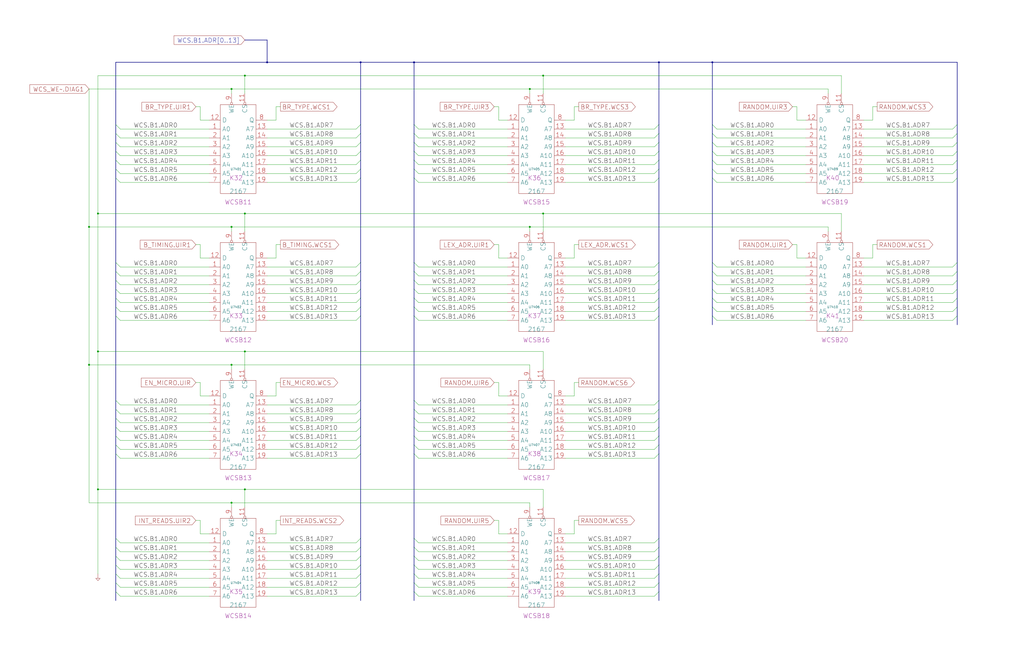
<source format=kicad_sch>
(kicad_sch (version 20250114) (generator "eeschema") (generator_version "9.0")
  (paper "User" 584.2 378.46)
  (title_block (title "WRITABLE CONTROL STORE") (date "22-MAY-90") (rev "1.0") (comment 1 "SEQUENCER") (comment 2 "232-003064") (comment 3 "S400") (comment 4 "RELEASED"))
  (lib_symbols
    (symbol "r1000:2167" (pin_names (offset 1.016))
      (property "Reference" "U" (at 2.54 5.08 0))
      (property "Value" "2167" (at -1.27 -7.62 0))
      (property "Location" "___" (at -1.27 0 0))
      (property "Name" "______" (at 3.81 -15.24 0))
      (symbol "2167_1_1"
        (rectangle (start -6.35 41.91) (end 13.97 -8.89))
        (circle (center 0 42.545) (radius 0.635))
        (circle (center 7.62 42.545) (radius 0.635))
        (pin input line (at -12.7 33.02 0) (length 6.35) (name "D") (number "12"))
        (pin input line (at -12.7 27.94 0) (length 6.35) (name "A0") (number "1"))
        (pin input line (at -12.7 22.86 0) (length 6.35) (name "A1") (number "2"))
        (pin input line (at -12.7 17.78 0) (length 6.35) (name "A2") (number "3"))
        (pin input line (at -12.7 12.7 0) (length 6.35) (name "A3") (number "4"))
        (pin input line (at -12.7 7.62 0) (length 6.35) (name "A4") (number "5"))
        (pin input line (at -12.7 2.54 0) (length 6.35) (name "A5") (number "6"))
        (pin input line (at -12.7 -2.54 0) (length 6.35) (name "A6") (number "7"))
        (pin input line (at 0 48.26 270) (length 5.08) (name "WE") (number "9"))
        (pin input line (at 7.62 48.26 270) (length 5.08) (name "CS") (number "11"))
        (pin tri_state line (at 20.32 33.02 180) (length 6.35) (name "Q") (number "8"))
        (pin input line (at 20.32 27.94 180) (length 6.35) (name "A7") (number "13"))
        (pin input line (at 20.32 22.86 180) (length 6.35) (name "A8") (number "14"))
        (pin input line (at 20.32 17.78 180) (length 6.35) (name "A9") (number "15"))
        (pin input line (at 20.32 12.7 180) (length 6.35) (name "A10") (number "16"))
        (pin input line (at 20.32 7.62 180) (length 6.35) (name "A11") (number "17"))
        (pin input line (at 20.32 2.54 180) (length 6.35) (name "A12") (number "18"))
        (pin input line (at 20.32 -2.54 180) (length 6.35) (name "A13") (number "19"))
      )
    )
    (symbol "r1000:PD" (power) (pin_numbers (hide yes)) (pin_names (hide yes)) (in_bom no)
      (symbol "PD_0_1"
        (polyline (pts (xy 0 -2.54) (xy 1.27 -2.54) (xy 0 -3.81) (xy -1.27 -2.54) (xy 0 -2.54)) (stroke (width 0.1524)))
      )
      (symbol "PD_1_1"
        (pin power_in line (at 0 0 270) (length 2.54) (name "PD") (number "1"))
      )
    )
  )
  (junction (at 132.08 129.54))
  (junction (at 55.88 121.92))
  (junction (at 406.4 35.56))
  (junction (at 205.74 35.56))
  (junction (at 55.88 279.4))
  (junction (at 50.8 208.28))
  (junction (at 236.22 35.56))
  (junction (at 309.88 121.92))
  (junction (at 375.92 35.56))
  (junction (at 139.7 279.4))
  (junction (at 132.08 208.28))
  (junction (at 302.26 50.8))
  (junction (at 132.08 50.8))
  (junction (at 132.08 287.02))
  (junction (at 139.7 200.66))
  (junction (at 50.8 129.54))
  (junction (at 55.88 200.66))
  (junction (at 302.26 129.54))
  (junction (at 309.88 43.18))
  (junction (at 139.7 43.18))
  (junction (at 152.4 35.56))
  (junction (at 139.7 121.92))
  (bus_entry (at 375.92 71.12) (size -2.54 2.54))
  (bus_entry (at 236.22 337.82) (size 2.54 2.54))
  (bus_entry (at 406.4 71.12) (size 2.54 2.54))
  (bus_entry (at 236.22 259.08) (size 2.54 2.54))
  (bus_entry (at 546.1 180.34) (size -2.54 2.54))
  (bus_entry (at 236.22 243.84) (size 2.54 2.54))
  (bus_entry (at 236.22 154.94) (size 2.54 2.54))
  (bus_entry (at 236.22 307.34) (size 2.54 2.54))
  (bus_entry (at 66.04 332.74) (size 2.54 2.54))
  (bus_entry (at 406.4 180.34) (size 2.54 2.54))
  (bus_entry (at 66.04 91.44) (size 2.54 2.54))
  (bus_entry (at 205.74 91.44) (size -2.54 2.54))
  (bus_entry (at 66.04 254) (size 2.54 2.54))
  (bus_entry (at 236.22 170.18) (size 2.54 2.54))
  (bus_entry (at 546.1 71.12) (size -2.54 2.54))
  (bus_entry (at 375.92 248.92) (size -2.54 2.54))
  (bus_entry (at 546.1 81.28) (size -2.54 2.54))
  (bus_entry (at 406.4 91.44) (size 2.54 2.54))
  (bus_entry (at 546.1 91.44) (size -2.54 2.54))
  (bus_entry (at 406.4 86.36) (size 2.54 2.54))
  (bus_entry (at 375.92 307.34) (size -2.54 2.54))
  (bus_entry (at 205.74 238.76) (size -2.54 2.54))
  (bus_entry (at 205.74 337.82) (size -2.54 2.54))
  (bus_entry (at 66.04 259.08) (size 2.54 2.54))
  (bus_entry (at 236.22 238.76) (size 2.54 2.54))
  (bus_entry (at 236.22 332.74) (size 2.54 2.54))
  (bus_entry (at 205.74 149.86) (size -2.54 2.54))
  (bus_entry (at 236.22 312.42) (size 2.54 2.54))
  (bus_entry (at 205.74 312.42) (size -2.54 2.54))
  (bus_entry (at 546.1 170.18) (size -2.54 2.54))
  (bus_entry (at 375.92 243.84) (size -2.54 2.54))
  (bus_entry (at 546.1 96.52) (size -2.54 2.54))
  (bus_entry (at 205.74 332.74) (size -2.54 2.54))
  (bus_entry (at 205.74 327.66) (size -2.54 2.54))
  (bus_entry (at 375.92 317.5) (size -2.54 2.54))
  (bus_entry (at 205.74 165.1) (size -2.54 2.54))
  (bus_entry (at 66.04 160.02) (size 2.54 2.54))
  (bus_entry (at 236.22 101.6) (size 2.54 2.54))
  (bus_entry (at 66.04 170.18) (size 2.54 2.54))
  (bus_entry (at 205.74 81.28) (size -2.54 2.54))
  (bus_entry (at 66.04 101.6) (size 2.54 2.54))
  (bus_entry (at 205.74 243.84) (size -2.54 2.54))
  (bus_entry (at 205.74 96.52) (size -2.54 2.54))
  (bus_entry (at 205.74 322.58) (size -2.54 2.54))
  (bus_entry (at 66.04 248.92) (size 2.54 2.54))
  (bus_entry (at 66.04 327.66) (size 2.54 2.54))
  (bus_entry (at 546.1 154.94) (size -2.54 2.54))
  (bus_entry (at 375.92 170.18) (size -2.54 2.54))
  (bus_entry (at 236.22 322.58) (size 2.54 2.54))
  (bus_entry (at 66.04 307.34) (size 2.54 2.54))
  (bus_entry (at 205.74 228.6) (size -2.54 2.54))
  (bus_entry (at 66.04 154.94) (size 2.54 2.54))
  (bus_entry (at 66.04 76.2) (size 2.54 2.54))
  (bus_entry (at 375.92 101.6) (size -2.54 2.54))
  (bus_entry (at 236.22 175.26) (size 2.54 2.54))
  (bus_entry (at 375.92 322.58) (size -2.54 2.54))
  (bus_entry (at 66.04 228.6) (size 2.54 2.54))
  (bus_entry (at 66.04 312.42) (size 2.54 2.54))
  (bus_entry (at 236.22 317.5) (size 2.54 2.54))
  (bus_entry (at 375.92 254) (size -2.54 2.54))
  (bus_entry (at 66.04 337.82) (size 2.54 2.54))
  (bus_entry (at 406.4 154.94) (size 2.54 2.54))
  (bus_entry (at 406.4 149.86) (size 2.54 2.54))
  (bus_entry (at 375.92 91.44) (size -2.54 2.54))
  (bus_entry (at 236.22 254) (size 2.54 2.54))
  (bus_entry (at 375.92 154.94) (size -2.54 2.54))
  (bus_entry (at 406.4 165.1) (size 2.54 2.54))
  (bus_entry (at 375.92 96.52) (size -2.54 2.54))
  (bus_entry (at 236.22 180.34) (size 2.54 2.54))
  (bus_entry (at 546.1 175.26) (size -2.54 2.54))
  (bus_entry (at 375.92 228.6) (size -2.54 2.54))
  (bus_entry (at 406.4 76.2) (size 2.54 2.54))
  (bus_entry (at 66.04 233.68) (size 2.54 2.54))
  (bus_entry (at 66.04 243.84) (size 2.54 2.54))
  (bus_entry (at 546.1 101.6) (size -2.54 2.54))
  (bus_entry (at 66.04 322.58) (size 2.54 2.54))
  (bus_entry (at 406.4 81.28) (size 2.54 2.54))
  (bus_entry (at 236.22 160.02) (size 2.54 2.54))
  (bus_entry (at 406.4 96.52) (size 2.54 2.54))
  (bus_entry (at 236.22 165.1) (size 2.54 2.54))
  (bus_entry (at 66.04 175.26) (size 2.54 2.54))
  (bus_entry (at 236.22 327.66) (size 2.54 2.54))
  (bus_entry (at 205.74 160.02) (size -2.54 2.54))
  (bus_entry (at 375.92 259.08) (size -2.54 2.54))
  (bus_entry (at 546.1 165.1) (size -2.54 2.54))
  (bus_entry (at 66.04 149.86) (size 2.54 2.54))
  (bus_entry (at 66.04 86.36) (size 2.54 2.54))
  (bus_entry (at 236.22 233.68) (size 2.54 2.54))
  (bus_entry (at 236.22 248.92) (size 2.54 2.54))
  (bus_entry (at 375.92 165.1) (size -2.54 2.54))
  (bus_entry (at 205.74 317.5) (size -2.54 2.54))
  (bus_entry (at 236.22 86.36) (size 2.54 2.54))
  (bus_entry (at 375.92 233.68) (size -2.54 2.54))
  (bus_entry (at 205.74 71.12) (size -2.54 2.54))
  (bus_entry (at 546.1 86.36) (size -2.54 2.54))
  (bus_entry (at 205.74 154.94) (size -2.54 2.54))
  (bus_entry (at 375.92 238.76) (size -2.54 2.54))
  (bus_entry (at 205.74 101.6) (size -2.54 2.54))
  (bus_entry (at 375.92 180.34) (size -2.54 2.54))
  (bus_entry (at 66.04 96.52) (size 2.54 2.54))
  (bus_entry (at 236.22 76.2) (size 2.54 2.54))
  (bus_entry (at 375.92 332.74) (size -2.54 2.54))
  (bus_entry (at 546.1 160.02) (size -2.54 2.54))
  (bus_entry (at 375.92 76.2) (size -2.54 2.54))
  (bus_entry (at 406.4 160.02) (size 2.54 2.54))
  (bus_entry (at 406.4 175.26) (size 2.54 2.54))
  (bus_entry (at 205.74 254) (size -2.54 2.54))
  (bus_entry (at 236.22 71.12) (size 2.54 2.54))
  (bus_entry (at 375.92 149.86) (size -2.54 2.54))
  (bus_entry (at 375.92 337.82) (size -2.54 2.54))
  (bus_entry (at 375.92 175.26) (size -2.54 2.54))
  (bus_entry (at 205.74 233.68) (size -2.54 2.54))
  (bus_entry (at 205.74 248.92) (size -2.54 2.54))
  (bus_entry (at 406.4 170.18) (size 2.54 2.54))
  (bus_entry (at 66.04 317.5) (size 2.54 2.54))
  (bus_entry (at 236.22 149.86) (size 2.54 2.54))
  (bus_entry (at 66.04 81.28) (size 2.54 2.54))
  (bus_entry (at 205.74 180.34) (size -2.54 2.54))
  (bus_entry (at 66.04 165.1) (size 2.54 2.54))
  (bus_entry (at 205.74 259.08) (size -2.54 2.54))
  (bus_entry (at 236.22 91.44) (size 2.54 2.54))
  (bus_entry (at 205.74 170.18) (size -2.54 2.54))
  (bus_entry (at 375.92 312.42) (size -2.54 2.54))
  (bus_entry (at 205.74 175.26) (size -2.54 2.54))
  (bus_entry (at 236.22 96.52) (size 2.54 2.54))
  (bus_entry (at 406.4 101.6) (size 2.54 2.54))
  (bus_entry (at 375.92 160.02) (size -2.54 2.54))
  (bus_entry (at 205.74 86.36) (size -2.54 2.54))
  (bus_entry (at 236.22 81.28) (size 2.54 2.54))
  (bus_entry (at 375.92 327.66) (size -2.54 2.54))
  (bus_entry (at 375.92 86.36) (size -2.54 2.54))
  (bus_entry (at 66.04 238.76) (size 2.54 2.54))
  (bus_entry (at 546.1 149.86) (size -2.54 2.54))
  (bus_entry (at 546.1 76.2) (size -2.54 2.54))
  (bus_entry (at 66.04 180.34) (size 2.54 2.54))
  (bus_entry (at 375.92 81.28) (size -2.54 2.54))
  (bus_entry (at 205.74 307.34) (size -2.54 2.54))
  (bus_entry (at 205.74 76.2) (size -2.54 2.54))
  (bus_entry (at 236.22 228.6) (size 2.54 2.54))
  (bus_entry (at 66.04 71.12) (size 2.54 2.54))
  (bus (pts (xy 375.92 170.18) (xy 375.92 175.26)))
  (wire (pts (xy 322.58 104.14) (xy 373.38 104.14)))
  (bus (pts (xy 205.74 317.5) (xy 205.74 322.58)))
  (bus (pts (xy 375.92 317.5) (xy 375.92 322.58)))
  (wire (pts (xy 322.58 152.4) (xy 373.38 152.4)))
  (wire (pts (xy 152.4 157.48) (xy 203.2 157.48)))
  (bus (pts (xy 236.22 160.02) (xy 236.22 165.1)))
  (bus (pts (xy 375.92 175.26) (xy 375.92 180.34)))
  (wire (pts (xy 281.94 218.44) (xy 284.48 218.44)))
  (wire (pts (xy 322.58 325.12) (xy 373.38 325.12)))
  (wire (pts (xy 157.48 139.7) (xy 157.48 147.32)))
  (wire (pts (xy 492.76 157.48) (xy 543.56 157.48)))
  (wire (pts (xy 139.7 200.66) (xy 139.7 210.82)))
  (wire (pts (xy 152.4 256.54) (xy 203.2 256.54)))
  (bus (pts (xy 66.04 96.52) (xy 66.04 101.6)))
  (wire (pts (xy 309.88 43.18) (xy 480.06 43.18)))
  (bus (pts (xy 236.22 91.44) (xy 236.22 96.52)))
  (bus (pts (xy 66.04 180.34) (xy 66.04 228.6)))
  (wire (pts (xy 68.58 78.74) (xy 119.38 78.74)))
  (wire (pts (xy 322.58 83.82) (xy 373.38 83.82)))
  (wire (pts (xy 50.8 50.8) (xy 132.08 50.8)))
  (wire (pts (xy 472.44 129.54) (xy 472.44 132.08)))
  (wire (pts (xy 68.58 320.04) (xy 119.38 320.04)))
  (wire (pts (xy 238.76 320.04) (xy 289.56 320.04)))
  (wire (pts (xy 322.58 241.3) (xy 373.38 241.3)))
  (wire (pts (xy 238.76 241.3) (xy 289.56 241.3)))
  (wire (pts (xy 322.58 246.38) (xy 373.38 246.38)))
  (wire (pts (xy 238.76 93.98) (xy 289.56 93.98)))
  (wire (pts (xy 68.58 104.14) (xy 119.38 104.14)))
  (wire (pts (xy 492.76 152.4) (xy 543.56 152.4)))
  (bus (pts (xy 66.04 307.34) (xy 66.04 312.42)))
  (wire (pts (xy 408.94 88.9) (xy 459.74 88.9)))
  (wire (pts (xy 152.4 261.62) (xy 203.2 261.62)))
  (bus (pts (xy 66.04 312.42) (xy 66.04 317.5)))
  (wire (pts (xy 322.58 320.04) (xy 373.38 320.04)))
  (bus (pts (xy 205.74 160.02) (xy 205.74 165.1)))
  (bus (pts (xy 406.4 175.26) (xy 406.4 180.34)))
  (wire (pts (xy 157.48 60.96) (xy 157.48 68.58)))
  (wire (pts (xy 238.76 167.64) (xy 289.56 167.64)))
  (wire (pts (xy 152.4 78.74) (xy 203.2 78.74)))
  (wire (pts (xy 132.08 50.8) (xy 132.08 53.34)))
  (bus (pts (xy 205.74 96.52) (xy 205.74 101.6)))
  (wire (pts (xy 68.58 246.38) (xy 119.38 246.38)))
  (bus (pts (xy 66.04 327.66) (xy 66.04 332.74)))
  (bus (pts (xy 375.92 160.02) (xy 375.92 165.1)))
  (bus (pts (xy 236.22 317.5) (xy 236.22 322.58)))
  (wire (pts (xy 68.58 93.98) (xy 119.38 93.98)))
  (wire (pts (xy 68.58 172.72) (xy 119.38 172.72)))
  (bus (pts (xy 236.22 322.58) (xy 236.22 327.66)))
  (bus (pts (xy 546.1 160.02) (xy 546.1 165.1)))
  (wire (pts (xy 68.58 99.06) (xy 119.38 99.06)))
  (wire (pts (xy 160.02 218.44) (xy 157.48 218.44)))
  (bus (pts (xy 375.92 149.86) (xy 375.92 154.94)))
  (wire (pts (xy 454.66 68.58) (xy 459.74 68.58)))
  (wire (pts (xy 238.76 335.28) (xy 289.56 335.28)))
  (wire (pts (xy 139.7 279.4) (xy 139.7 289.56)))
  (wire (pts (xy 492.76 93.98) (xy 543.56 93.98)))
  (wire (pts (xy 284.48 226.06) (xy 289.56 226.06)))
  (bus (pts (xy 375.92 165.1) (xy 375.92 170.18)))
  (wire (pts (xy 152.4 172.72) (xy 203.2 172.72)))
  (bus (pts (xy 236.22 35.56) (xy 205.74 35.56)))
  (bus (pts (xy 236.22 101.6) (xy 236.22 149.86)))
  (bus (pts (xy 546.1 101.6) (xy 546.1 149.86)))
  (wire (pts (xy 322.58 251.46) (xy 373.38 251.46)))
  (bus (pts (xy 375.92 91.44) (xy 375.92 96.52)))
  (bus (pts (xy 375.92 154.94) (xy 375.92 160.02)))
  (wire (pts (xy 330.2 139.7) (xy 327.66 139.7)))
  (wire (pts (xy 492.76 167.64) (xy 543.56 167.64)))
  (wire (pts (xy 238.76 99.06) (xy 289.56 99.06)))
  (wire (pts (xy 139.7 43.18) (xy 309.88 43.18)))
  (bus (pts (xy 66.04 233.68) (xy 66.04 238.76)))
  (bus (pts (xy 205.74 101.6) (xy 205.74 149.86)))
  (bus (pts (xy 205.74 322.58) (xy 205.74 327.66)))
  (wire (pts (xy 139.7 43.18) (xy 55.88 43.18)))
  (wire (pts (xy 160.02 60.96) (xy 157.48 60.96)))
  (bus (pts (xy 546.1 71.12) (xy 546.1 76.2)))
  (bus (pts (xy 236.22 238.76) (xy 236.22 243.84)))
  (wire (pts (xy 50.8 129.54) (xy 132.08 129.54)))
  (bus (pts (xy 205.74 91.44) (xy 205.74 96.52)))
  (wire (pts (xy 408.94 167.64) (xy 459.74 167.64)))
  (bus (pts (xy 205.74 149.86) (xy 205.74 154.94)))
  (wire (pts (xy 309.88 279.4) (xy 309.88 289.56)))
  (wire (pts (xy 238.76 73.66) (xy 289.56 73.66)))
  (wire (pts (xy 68.58 340.36) (xy 119.38 340.36)))
  (bus (pts (xy 66.04 243.84) (xy 66.04 248.92)))
  (bus (pts (xy 152.4 35.56) (xy 66.04 35.56)))
  (bus (pts (xy 205.74 327.66) (xy 205.74 332.74)))
  (wire (pts (xy 284.48 68.58) (xy 289.56 68.58)))
  (wire (pts (xy 68.58 167.64) (xy 119.38 167.64)))
  (bus (pts (xy 375.92 101.6) (xy 375.92 149.86)))
  (wire (pts (xy 55.88 279.4) (xy 139.7 279.4)))
  (bus (pts (xy 546.1 149.86) (xy 546.1 154.94)))
  (wire (pts (xy 284.48 139.7) (xy 284.48 147.32)))
  (wire (pts (xy 322.58 335.28) (xy 373.38 335.28)))
  (wire (pts (xy 55.88 200.66) (xy 55.88 279.4)))
  (wire (pts (xy 238.76 325.12) (xy 289.56 325.12)))
  (bus (pts (xy 66.04 317.5) (xy 66.04 322.58)))
  (wire (pts (xy 492.76 73.66) (xy 543.56 73.66)))
  (wire (pts (xy 238.76 177.8) (xy 289.56 177.8)))
  (bus (pts (xy 66.04 259.08) (xy 66.04 307.34)))
  (wire (pts (xy 132.08 129.54) (xy 302.26 129.54)))
  (wire (pts (xy 281.94 139.7) (xy 284.48 139.7)))
  (wire (pts (xy 322.58 99.06) (xy 373.38 99.06)))
  (wire (pts (xy 157.48 147.32) (xy 152.4 147.32)))
  (bus (pts (xy 236.22 71.12) (xy 236.22 76.2)))
  (wire (pts (xy 152.4 246.38) (xy 203.2 246.38)))
  (wire (pts (xy 157.48 68.58) (xy 152.4 68.58)))
  (bus (pts (xy 375.92 238.76) (xy 375.92 243.84)))
  (wire (pts (xy 152.4 320.04) (xy 203.2 320.04)))
  (wire (pts (xy 497.84 147.32) (xy 492.76 147.32)))
  (wire (pts (xy 284.48 218.44) (xy 284.48 226.06)))
  (bus (pts (xy 66.04 165.1) (xy 66.04 170.18)))
  (bus (pts (xy 406.4 35.56) (xy 375.92 35.56)))
  (bus (pts (xy 546.1 81.28) (xy 546.1 86.36)))
  (wire (pts (xy 302.26 50.8) (xy 302.26 53.34)))
  (wire (pts (xy 408.94 104.14) (xy 459.74 104.14)))
  (wire (pts (xy 68.58 157.48) (xy 119.38 157.48)))
  (wire (pts (xy 238.76 256.54) (xy 289.56 256.54)))
  (bus (pts (xy 546.1 170.18) (xy 546.1 175.26)))
  (wire (pts (xy 152.4 167.64) (xy 203.2 167.64)))
  (wire (pts (xy 408.94 152.4) (xy 459.74 152.4)))
  (wire (pts (xy 68.58 73.66) (xy 119.38 73.66)))
  (wire (pts (xy 55.88 121.92) (xy 139.7 121.92)))
  (wire (pts (xy 68.58 88.9) (xy 119.38 88.9)))
  (wire (pts (xy 114.3 297.18) (xy 114.3 304.8)))
  (bus (pts (xy 66.04 332.74) (xy 66.04 337.82)))
  (wire (pts (xy 68.58 261.62) (xy 119.38 261.62)))
  (wire (pts (xy 68.58 256.54) (xy 119.38 256.54)))
  (bus (pts (xy 236.22 86.36) (xy 236.22 91.44)))
  (wire (pts (xy 68.58 309.88) (xy 119.38 309.88)))
  (wire (pts (xy 322.58 231.14) (xy 373.38 231.14)))
  (wire (pts (xy 238.76 340.36) (xy 289.56 340.36)))
  (bus (pts (xy 236.22 259.08) (xy 236.22 307.34)))
  (wire (pts (xy 152.4 325.12) (xy 203.2 325.12)))
  (bus (pts (xy 205.74 170.18) (xy 205.74 175.26)))
  (wire (pts (xy 492.76 162.56) (xy 543.56 162.56)))
  (wire (pts (xy 157.48 304.8) (xy 152.4 304.8)))
  (bus (pts (xy 375.92 35.56) (xy 236.22 35.56)))
  (bus (pts (xy 236.22 165.1) (xy 236.22 170.18)))
  (bus (pts (xy 406.4 71.12) (xy 406.4 76.2)))
  (bus (pts (xy 406.4 170.18) (xy 406.4 175.26)))
  (wire (pts (xy 408.94 172.72) (xy 459.74 172.72)))
  (wire (pts (xy 111.76 297.18) (xy 114.3 297.18)))
  (bus (pts (xy 546.1 91.44) (xy 546.1 96.52)))
  (bus (pts (xy 375.92 35.56) (xy 375.92 71.12)))
  (wire (pts (xy 322.58 167.64) (xy 373.38 167.64)))
  (bus (pts (xy 406.4 180.34) (xy 406.4 185.42)))
  (wire (pts (xy 68.58 152.4) (xy 119.38 152.4)))
  (wire (pts (xy 322.58 261.62) (xy 373.38 261.62)))
  (bus (pts (xy 375.92 254) (xy 375.92 259.08)))
  (wire (pts (xy 152.4 241.3) (xy 203.2 241.3)))
  (wire (pts (xy 152.4 152.4) (xy 203.2 152.4)))
  (wire (pts (xy 152.4 330.2) (xy 203.2 330.2)))
  (wire (pts (xy 497.84 68.58) (xy 492.76 68.58)))
  (wire (pts (xy 139.7 200.66) (xy 309.88 200.66)))
  (wire (pts (xy 111.76 60.96) (xy 114.3 60.96)))
  (bus (pts (xy 66.04 175.26) (xy 66.04 180.34)))
  (bus (pts (xy 546.1 35.56) (xy 546.1 71.12)))
  (bus (pts (xy 205.74 180.34) (xy 205.74 228.6)))
  (wire (pts (xy 68.58 231.14) (xy 119.38 231.14)))
  (wire (pts (xy 408.94 99.06) (xy 459.74 99.06)))
  (wire (pts (xy 111.76 218.44) (xy 114.3 218.44)))
  (bus (pts (xy 66.04 337.82) (xy 66.04 342.9)))
  (bus (pts (xy 205.74 165.1) (xy 205.74 170.18)))
  (wire (pts (xy 152.4 182.88) (xy 203.2 182.88)))
  (wire (pts (xy 322.58 177.8) (xy 373.38 177.8)))
  (wire (pts (xy 132.08 287.02) (xy 50.8 287.02)))
  (bus (pts (xy 406.4 86.36) (xy 406.4 91.44)))
  (wire (pts (xy 302.26 129.54) (xy 302.26 132.08)))
  (bus (pts (xy 406.4 35.56) (xy 406.4 71.12)))
  (wire (pts (xy 322.58 93.98) (xy 373.38 93.98)))
  (wire (pts (xy 452.12 139.7) (xy 454.66 139.7)))
  (wire (pts (xy 160.02 139.7) (xy 157.48 139.7)))
  (wire (pts (xy 302.26 208.28) (xy 302.26 210.82)))
  (wire (pts (xy 55.88 279.4) (xy 55.88 327.66)))
  (wire (pts (xy 238.76 246.38) (xy 289.56 246.38)))
  (bus (pts (xy 236.22 332.74) (xy 236.22 337.82)))
  (wire (pts (xy 139.7 121.92) (xy 139.7 132.08)))
  (bus (pts (xy 375.92 76.2) (xy 375.92 81.28)))
  (wire (pts (xy 322.58 88.9) (xy 373.38 88.9)))
  (wire (pts (xy 152.4 231.14) (xy 203.2 231.14)))
  (wire (pts (xy 322.58 314.96) (xy 373.38 314.96)))
  (wire (pts (xy 497.84 60.96) (xy 497.84 68.58)))
  (bus (pts (xy 66.04 86.36) (xy 66.04 91.44)))
  (wire (pts (xy 238.76 152.4) (xy 289.56 152.4)))
  (wire (pts (xy 238.76 330.2) (xy 289.56 330.2)))
  (wire (pts (xy 408.94 93.98) (xy 459.74 93.98)))
  (bus (pts (xy 375.92 81.28) (xy 375.92 86.36)))
  (bus (pts (xy 66.04 248.92) (xy 66.04 254)))
  (wire (pts (xy 480.06 43.18) (xy 480.06 53.34)))
  (wire (pts (xy 327.66 297.18) (xy 327.66 304.8)))
  (bus (pts (xy 205.74 228.6) (xy 205.74 233.68)))
  (wire (pts (xy 492.76 99.06) (xy 543.56 99.06)))
  (wire (pts (xy 50.8 287.02) (xy 50.8 208.28)))
  (wire (pts (xy 114.3 226.06) (xy 119.38 226.06)))
  (bus (pts (xy 66.04 35.56) (xy 66.04 71.12)))
  (bus (pts (xy 205.74 312.42) (xy 205.74 317.5)))
  (wire (pts (xy 454.66 60.96) (xy 454.66 68.58)))
  (wire (pts (xy 454.66 139.7) (xy 454.66 147.32)))
  (bus (pts (xy 546.1 154.94) (xy 546.1 160.02)))
  (wire (pts (xy 330.2 60.96) (xy 327.66 60.96)))
  (wire (pts (xy 68.58 330.2) (xy 119.38 330.2)))
  (bus (pts (xy 205.74 76.2) (xy 205.74 81.28)))
  (wire (pts (xy 309.88 121.92) (xy 480.06 121.92)))
  (wire (pts (xy 492.76 104.14) (xy 543.56 104.14)))
  (bus (pts (xy 375.92 180.34) (xy 375.92 228.6)))
  (wire (pts (xy 309.88 43.18) (xy 309.88 53.34)))
  (wire (pts (xy 284.48 297.18) (xy 284.48 304.8)))
  (bus (pts (xy 205.74 307.34) (xy 205.74 312.42)))
  (bus (pts (xy 205.74 243.84) (xy 205.74 248.92)))
  (wire (pts (xy 152.4 88.9) (xy 203.2 88.9)))
  (wire (pts (xy 238.76 157.48) (xy 289.56 157.48)))
  (wire (pts (xy 50.8 129.54) (xy 50.8 50.8)))
  (bus (pts (xy 205.74 337.82) (xy 205.74 342.9)))
  (bus (pts (xy 375.92 86.36) (xy 375.92 91.44)))
  (bus (pts (xy 375.92 259.08) (xy 375.92 307.34)))
  (wire (pts (xy 139.7 121.92) (xy 309.88 121.92)))
  (wire (pts (xy 152.4 177.8) (xy 203.2 177.8)))
  (wire (pts (xy 152.4 104.14) (xy 203.2 104.14)))
  (bus (pts (xy 236.22 312.42) (xy 236.22 317.5)))
  (bus (pts (xy 236.22 154.94) (xy 236.22 160.02)))
  (wire (pts (xy 330.2 297.18) (xy 327.66 297.18)))
  (wire (pts (xy 281.94 297.18) (xy 284.48 297.18)))
  (bus (pts (xy 236.22 327.66) (xy 236.22 332.74)))
  (bus (pts (xy 406.4 160.02) (xy 406.4 165.1)))
  (wire (pts (xy 238.76 251.46) (xy 289.56 251.46)))
  (wire (pts (xy 238.76 261.62) (xy 289.56 261.62)))
  (wire (pts (xy 327.66 218.44) (xy 327.66 226.06)))
  (bus (pts (xy 236.22 149.86) (xy 236.22 154.94)))
  (bus (pts (xy 546.1 165.1) (xy 546.1 170.18)))
  (wire (pts (xy 152.4 251.46) (xy 203.2 251.46)))
  (wire (pts (xy 322.58 330.2) (xy 373.38 330.2)))
  (bus (pts (xy 375.92 327.66) (xy 375.92 332.74)))
  (bus (pts (xy 236.22 307.34) (xy 236.22 312.42)))
  (wire (pts (xy 68.58 241.3) (xy 119.38 241.3)))
  (bus (pts (xy 375.92 233.68) (xy 375.92 238.76)))
  (wire (pts (xy 480.06 121.92) (xy 480.06 132.08)))
  (bus (pts (xy 375.92 337.82) (xy 375.92 342.9)))
  (bus (pts (xy 375.92 248.92) (xy 375.92 254)))
  (wire (pts (xy 284.48 304.8) (xy 289.56 304.8)))
  (wire (pts (xy 152.4 340.36) (xy 203.2 340.36)))
  (wire (pts (xy 452.12 60.96) (xy 454.66 60.96)))
  (bus (pts (xy 406.4 149.86) (xy 406.4 154.94)))
  (wire (pts (xy 114.3 139.7) (xy 114.3 147.32)))
  (wire (pts (xy 322.58 78.74) (xy 373.38 78.74)))
  (wire (pts (xy 492.76 88.9) (xy 543.56 88.9)))
  (bus (pts (xy 406.4 165.1) (xy 406.4 170.18)))
  (wire (pts (xy 114.3 68.58) (xy 119.38 68.58)))
  (wire (pts (xy 322.58 172.72) (xy 373.38 172.72)))
  (bus (pts (xy 236.22 254) (xy 236.22 259.08)))
  (wire (pts (xy 157.48 226.06) (xy 152.4 226.06)))
  (bus (pts (xy 546.1 86.36) (xy 546.1 91.44)))
  (wire (pts (xy 50.8 208.28) (xy 132.08 208.28)))
  (wire (pts (xy 408.94 182.88) (xy 459.74 182.88)))
  (bus (pts (xy 375.92 312.42) (xy 375.92 317.5)))
  (wire (pts (xy 132.08 287.02) (xy 132.08 289.56)))
  (bus (pts (xy 66.04 76.2) (xy 66.04 81.28)))
  (wire (pts (xy 132.08 50.8) (xy 302.26 50.8)))
  (bus (pts (xy 205.74 248.92) (xy 205.74 254)))
  (bus (pts (xy 236.22 248.92) (xy 236.22 254)))
  (bus (pts (xy 236.22 180.34) (xy 236.22 228.6)))
  (bus (pts (xy 406.4 81.28) (xy 406.4 86.36)))
  (wire (pts (xy 114.3 304.8) (xy 119.38 304.8)))
  (wire (pts (xy 309.88 121.92) (xy 309.88 132.08)))
  (wire (pts (xy 322.58 182.88) (xy 373.38 182.88)))
  (wire (pts (xy 492.76 172.72) (xy 543.56 172.72)))
  (wire (pts (xy 50.8 208.28) (xy 50.8 129.54)))
  (wire (pts (xy 55.88 121.92) (xy 55.88 200.66)))
  (wire (pts (xy 152.4 309.88) (xy 203.2 309.88)))
  (bus (pts (xy 406.4 91.44) (xy 406.4 96.52)))
  (bus (pts (xy 139.7 22.86) (xy 152.4 22.86)))
  (wire (pts (xy 68.58 83.82) (xy 119.38 83.82)))
  (wire (pts (xy 454.66 147.32) (xy 459.74 147.32)))
  (wire (pts (xy 238.76 182.88) (xy 289.56 182.88)))
  (wire (pts (xy 408.94 83.82) (xy 459.74 83.82)))
  (bus (pts (xy 66.04 254) (xy 66.04 259.08)))
  (bus (pts (xy 66.04 71.12) (xy 66.04 76.2)))
  (wire (pts (xy 238.76 78.74) (xy 289.56 78.74)))
  (wire (pts (xy 157.48 297.18) (xy 157.48 304.8)))
  (wire (pts (xy 322.58 236.22) (xy 373.38 236.22)))
  (wire (pts (xy 238.76 162.56) (xy 289.56 162.56)))
  (wire (pts (xy 68.58 314.96) (xy 119.38 314.96)))
  (bus (pts (xy 236.22 35.56) (xy 236.22 71.12)))
  (wire (pts (xy 132.08 129.54) (xy 132.08 132.08)))
  (bus (pts (xy 66.04 81.28) (xy 66.04 86.36)))
  (bus (pts (xy 66.04 154.94) (xy 66.04 160.02)))
  (bus (pts (xy 236.22 96.52) (xy 236.22 101.6)))
  (wire (pts (xy 322.58 256.54) (xy 373.38 256.54)))
  (bus (pts (xy 205.74 35.56) (xy 205.74 71.12)))
  (bus (pts (xy 406.4 96.52) (xy 406.4 101.6)))
  (wire (pts (xy 152.4 73.66) (xy 203.2 73.66)))
  (wire (pts (xy 68.58 177.8) (xy 119.38 177.8)))
  (wire (pts (xy 322.58 340.36) (xy 373.38 340.36)))
  (wire (pts (xy 238.76 314.96) (xy 289.56 314.96)))
  (wire (pts (xy 132.08 287.02) (xy 302.26 287.02)))
  (bus (pts (xy 205.74 86.36) (xy 205.74 91.44)))
  (wire (pts (xy 238.76 88.9) (xy 289.56 88.9)))
  (wire (pts (xy 497.84 139.7) (xy 497.84 147.32)))
  (wire (pts (xy 322.58 309.88) (xy 373.38 309.88)))
  (wire (pts (xy 408.94 177.8) (xy 459.74 177.8)))
  (bus (pts (xy 546.1 76.2) (xy 546.1 81.28)))
  (bus (pts (xy 375.92 228.6) (xy 375.92 233.68)))
  (bus (pts (xy 205.74 175.26) (xy 205.74 180.34)))
  (wire (pts (xy 309.88 200.66) (xy 309.88 210.82)))
  (bus (pts (xy 205.74 154.94) (xy 205.74 160.02)))
  (bus (pts (xy 236.22 170.18) (xy 236.22 175.26)))
  (wire (pts (xy 139.7 43.18) (xy 139.7 53.34)))
  (wire (pts (xy 408.94 78.74) (xy 459.74 78.74)))
  (bus (pts (xy 406.4 101.6) (xy 406.4 149.86)))
  (wire (pts (xy 68.58 325.12) (xy 119.38 325.12)))
  (wire (pts (xy 114.3 218.44) (xy 114.3 226.06)))
  (bus (pts (xy 375.92 307.34) (xy 375.92 312.42)))
  (wire (pts (xy 322.58 157.48) (xy 373.38 157.48)))
  (wire (pts (xy 68.58 162.56) (xy 119.38 162.56)))
  (bus (pts (xy 406.4 76.2) (xy 406.4 81.28)))
  (bus (pts (xy 66.04 228.6) (xy 66.04 233.68)))
  (wire (pts (xy 472.44 50.8) (xy 472.44 53.34)))
  (wire (pts (xy 238.76 104.14) (xy 289.56 104.14)))
  (bus (pts (xy 236.22 337.82) (xy 236.22 342.9)))
  (wire (pts (xy 152.4 93.98) (xy 203.2 93.98)))
  (wire (pts (xy 160.02 297.18) (xy 157.48 297.18)))
  (bus (pts (xy 205.74 254) (xy 205.74 259.08)))
  (bus (pts (xy 66.04 170.18) (xy 66.04 175.26)))
  (wire (pts (xy 68.58 182.88) (xy 119.38 182.88)))
  (wire (pts (xy 114.3 147.32) (xy 119.38 147.32)))
  (bus (pts (xy 546.1 175.26) (xy 546.1 180.34)))
  (bus (pts (xy 375.92 243.84) (xy 375.92 248.92)))
  (wire (pts (xy 152.4 162.56) (xy 203.2 162.56)))
  (bus (pts (xy 236.22 76.2) (xy 236.22 81.28)))
  (wire (pts (xy 327.66 226.06) (xy 322.58 226.06)))
  (wire (pts (xy 55.88 43.18) (xy 55.88 121.92)))
  (bus (pts (xy 66.04 91.44) (xy 66.04 96.52)))
  (bus (pts (xy 205.74 332.74) (xy 205.74 337.82)))
  (wire (pts (xy 68.58 236.22) (xy 119.38 236.22)))
  (wire (pts (xy 238.76 231.14) (xy 289.56 231.14)))
  (bus (pts (xy 546.1 96.52) (xy 546.1 101.6)))
  (wire (pts (xy 152.4 335.28) (xy 203.2 335.28)))
  (wire (pts (xy 500.38 139.7) (xy 497.84 139.7)))
  (bus (pts (xy 152.4 22.86) (xy 152.4 35.56)))
  (bus (pts (xy 375.92 322.58) (xy 375.92 327.66)))
  (bus (pts (xy 205.74 71.12) (xy 205.74 76.2)))
  (wire (pts (xy 408.94 157.48) (xy 459.74 157.48)))
  (bus (pts (xy 236.22 81.28) (xy 236.22 86.36)))
  (wire (pts (xy 500.38 60.96) (xy 497.84 60.96)))
  (wire (pts (xy 330.2 218.44) (xy 327.66 218.44)))
  (wire (pts (xy 302.26 50.8) (xy 472.44 50.8)))
  (bus (pts (xy 205.74 35.56) (xy 152.4 35.56)))
  (wire (pts (xy 132.08 208.28) (xy 302.26 208.28)))
  (bus (pts (xy 205.74 259.08) (xy 205.74 307.34)))
  (wire (pts (xy 238.76 83.82) (xy 289.56 83.82)))
  (wire (pts (xy 111.76 139.7) (xy 114.3 139.7)))
  (wire (pts (xy 327.66 60.96) (xy 327.66 68.58)))
  (wire (pts (xy 157.48 218.44) (xy 157.48 226.06)))
  (wire (pts (xy 281.94 60.96) (xy 284.48 60.96)))
  (bus (pts (xy 205.74 238.76) (xy 205.74 243.84)))
  (bus (pts (xy 66.04 322.58) (xy 66.04 327.66)))
  (wire (pts (xy 238.76 172.72) (xy 289.56 172.72)))
  (wire (pts (xy 492.76 78.74) (xy 543.56 78.74)))
  (wire (pts (xy 492.76 177.8) (xy 543.56 177.8)))
  (bus (pts (xy 375.92 96.52) (xy 375.92 101.6)))
  (wire (pts (xy 408.94 162.56) (xy 459.74 162.56)))
  (bus (pts (xy 205.74 81.28) (xy 205.74 86.36)))
  (bus (pts (xy 66.04 149.86) (xy 66.04 154.94)))
  (wire (pts (xy 152.4 83.82) (xy 203.2 83.82)))
  (wire (pts (xy 55.88 200.66) (xy 139.7 200.66)))
  (wire (pts (xy 152.4 236.22) (xy 203.2 236.22)))
  (bus (pts (xy 236.22 228.6) (xy 236.22 233.68)))
  (wire (pts (xy 139.7 279.4) (xy 309.88 279.4)))
  (wire (pts (xy 114.3 60.96) (xy 114.3 68.58)))
  (bus (pts (xy 66.04 101.6) (xy 66.04 149.86)))
  (wire (pts (xy 132.08 208.28) (xy 132.08 210.82)))
  (bus (pts (xy 236.22 175.26) (xy 236.22 180.34)))
  (wire (pts (xy 302.26 287.02) (xy 302.26 289.56)))
  (wire (pts (xy 152.4 99.06) (xy 203.2 99.06)))
  (wire (pts (xy 68.58 251.46) (xy 119.38 251.46)))
  (wire (pts (xy 302.26 129.54) (xy 472.44 129.54)))
  (wire (pts (xy 322.58 73.66) (xy 373.38 73.66)))
  (bus (pts (xy 375.92 332.74) (xy 375.92 337.82)))
  (bus (pts (xy 66.04 160.02) (xy 66.04 165.1)))
  (bus (pts (xy 375.92 71.12) (xy 375.92 76.2)))
  (wire (pts (xy 327.66 68.58) (xy 322.58 68.58)))
  (wire (pts (xy 68.58 335.28) (xy 119.38 335.28)))
  (wire (pts (xy 238.76 309.88) (xy 289.56 309.88)))
  (wire (pts (xy 492.76 83.82) (xy 543.56 83.82)))
  (bus (pts (xy 406.4 154.94) (xy 406.4 160.02)))
  (wire (pts (xy 284.48 147.32) (xy 289.56 147.32)))
  (bus (pts (xy 205.74 233.68) (xy 205.74 238.76)))
  (wire (pts (xy 284.48 60.96) (xy 284.48 68.58)))
  (bus (pts (xy 236.22 243.84) (xy 236.22 248.92)))
  (bus (pts (xy 236.22 233.68) (xy 236.22 238.76)))
  (wire (pts (xy 322.58 162.56) (xy 373.38 162.56)))
  (wire (pts (xy 327.66 139.7) (xy 327.66 147.32)))
  (wire (pts (xy 408.94 73.66) (xy 459.74 73.66)))
  (bus (pts (xy 546.1 180.34) (xy 546.1 185.42)))
  (bus (pts (xy 546.1 35.56) (xy 406.4 35.56)))
  (wire (pts (xy 238.76 236.22) (xy 289.56 236.22)))
  (bus (pts (xy 66.04 238.76) (xy 66.04 243.84)))
  (wire (pts (xy 492.76 182.88) (xy 543.56 182.88)))
  (wire (pts (xy 152.4 314.96) (xy 203.2 314.96)))
  (wire (pts (xy 327.66 147.32) (xy 322.58 147.32)))
  (wire (pts (xy 327.66 304.8) (xy 322.58 304.8)))
  (label "WCS.B1.ADR2" (at 246.38 83.82 0) (effects (font (size 2.54 2.54))))
  (label "WCS.B1.ADR3" (at 76.2 325.12 0) (effects (font (size 2.54 2.54))))
  (label "WCS.B1.ADR3" (at 416.56 167.64 0) (effects (font (size 2.54 2.54))))
  (label "WCS.B1.ADR8" (at 335.28 78.74 0) (effects (font (size 2.54 2.54))))
  (label "WCS.B1.ADR3" (at 246.38 88.9 0) (effects (font (size 2.54 2.54))))
  (label "WCS.B1.ADR10" (at 505.46 88.9 0) (effects (font (size 2.54 2.54))))
  (label "WCS.B1.ADR8" (at 335.28 157.48 0) (effects (font (size 2.54 2.54))))
  (label "WCS.B1.ADR1" (at 416.56 78.74 0) (effects (font (size 2.54 2.54))))
  (label "WCS.B1.ADR10" (at 335.28 88.9 0) (effects (font (size 2.54 2.54))))
  (label "WCS.B1.ADR8" (at 165.1 157.48 0) (effects (font (size 2.54 2.54))))
  (label "WCS.B1.ADR11" (at 335.28 93.98 0) (effects (font (size 2.54 2.54))))
  (label "WCS.B1.ADR0" (at 76.2 152.4 0) (effects (font (size 2.54 2.54))))
  (label "WCS.B1.ADR10" (at 335.28 167.64 0) (effects (font (size 2.54 2.54))))
  (label "WCS.B1.ADR4" (at 76.2 93.98 0) (effects (font (size 2.54 2.54))))
  (label "WCS.B1.ADR6" (at 246.38 182.88 0) (effects (font (size 2.54 2.54))))
  (label "WCS.B1.ADR8" (at 505.46 78.74 0) (effects (font (size 2.54 2.54))))
  (label "WCS.B1.ADR5" (at 76.2 256.54 0) (effects (font (size 2.54 2.54))))
  (label "WCS.B1.ADR7" (at 335.28 152.4 0) (effects (font (size 2.54 2.54))))
  (label "WCS.B1.ADR8" (at 335.28 236.22 0) (effects (font (size 2.54 2.54))))
  (label "WCS.B1.ADR1" (at 246.38 314.96 0) (effects (font (size 2.54 2.54))))
  (label "WCS.B1.ADR6" (at 416.56 182.88 0) (effects (font (size 2.54 2.54))))
  (label "WCS.B1.ADR6" (at 76.2 340.36 0) (effects (font (size 2.54 2.54))))
  (label "WCS.B1.ADR9" (at 335.28 241.3 0) (effects (font (size 2.54 2.54))))
  (label "WCS.B1.ADR11" (at 505.46 172.72 0) (effects (font (size 2.54 2.54))))
  (label "WCS.B1.ADR10" (at 165.1 246.38 0) (effects (font (size 2.54 2.54))))
  (label "WCS.B1.ADR9" (at 505.46 162.56 0) (effects (font (size 2.54 2.54))))
  (label "WCS.B1.ADR11" (at 165.1 251.46 0) (effects (font (size 2.54 2.54))))
  (label "WCS.B1.ADR0" (at 246.38 152.4 0) (effects (font (size 2.54 2.54))))
  (label "WCS.B1.ADR1" (at 76.2 157.48 0) (effects (font (size 2.54 2.54))))
  (label "WCS.B1.ADR5" (at 246.38 99.06 0) (effects (font (size 2.54 2.54))))
  (label "WCS.B1.ADR7" (at 165.1 152.4 0) (effects (font (size 2.54 2.54))))
  (label "WCS.B1.ADR4" (at 76.2 172.72 0) (effects (font (size 2.54 2.54))))
  (label "WCS.B1.ADR13" (at 335.28 340.36 0) (effects (font (size 2.54 2.54))))
  (label "WCS.B1.ADR0" (at 416.56 73.66 0) (effects (font (size 2.54 2.54))))
  (label "WCS.B1.ADR13" (at 335.28 182.88 0) (effects (font (size 2.54 2.54))))
  (label "WCS.B1.ADR4" (at 416.56 172.72 0) (effects (font (size 2.54 2.54))))
  (label "WCS.B1.ADR7" (at 335.28 309.88 0) (effects (font (size 2.54 2.54))))
  (label "WCS.B1.ADR8" (at 165.1 314.96 0) (effects (font (size 2.54 2.54))))
  (label "WCS.B1.ADR3" (at 76.2 88.9 0) (effects (font (size 2.54 2.54))))
  (label "WCS.B1.ADR13" (at 165.1 261.62 0) (effects (font (size 2.54 2.54))))
  (label "WCS.B1.ADR6" (at 76.2 261.62 0) (effects (font (size 2.54 2.54))))
  (label "WCS.B1.ADR12" (at 335.28 335.28 0) (effects (font (size 2.54 2.54))))
  (label "WCS.B1.ADR9" (at 335.28 162.56 0) (effects (font (size 2.54 2.54))))
  (label "WCS.B1.ADR11" (at 165.1 172.72 0) (effects (font (size 2.54 2.54))))
  (label "WCS.B1.ADR1" (at 246.38 78.74 0) (effects (font (size 2.54 2.54))))
  (label "WCS.B1.ADR8" (at 335.28 314.96 0) (effects (font (size 2.54 2.54))))
  (label "WCS.B1.ADR6" (at 246.38 261.62 0) (effects (font (size 2.54 2.54))))
  (label "WCS.B1.ADR10" (at 165.1 167.64 0) (effects (font (size 2.54 2.54))))
  (label "WCS.B1.ADR1" (at 416.56 157.48 0) (effects (font (size 2.54 2.54))))
  (label "WCS.B1.ADR13" (at 335.28 104.14 0) (effects (font (size 2.54 2.54))))
  (label "WCS.B1.ADR5" (at 416.56 99.06 0) (effects (font (size 2.54 2.54))))
  (label "WCS.B1.ADR1" (at 76.2 314.96 0) (effects (font (size 2.54 2.54))))
  (label "WCS.B1.ADR3" (at 416.56 88.9 0) (effects (font (size 2.54 2.54))))
  (label "WCS.B1.ADR4" (at 246.38 330.2 0) (effects (font (size 2.54 2.54))))
  (label "WCS.B1.ADR0" (at 76.2 309.88 0) (effects (font (size 2.54 2.54))))
  (label "WCS.B1.ADR5" (at 76.2 177.8 0) (effects (font (size 2.54 2.54))))
  (label "WCS.B1.ADR12" (at 165.1 177.8 0) (effects (font (size 2.54 2.54))))
  (label "WCS.B1.ADR3" (at 246.38 167.64 0) (effects (font (size 2.54 2.54))))
  (label "WCS.B1.ADR13" (at 505.46 182.88 0) (effects (font (size 2.54 2.54))))
  (label "WCS.B1.ADR3" (at 246.38 325.12 0) (effects (font (size 2.54 2.54))))
  (label "WCS.B1.ADR5" (at 76.2 99.06 0) (effects (font (size 2.54 2.54))))
  (label "WCS.B1.ADR11" (at 335.28 330.2 0) (effects (font (size 2.54 2.54))))
  (label "WCS.B1.ADR12" (at 335.28 177.8 0) (effects (font (size 2.54 2.54))))
  (label "WCS.B1.ADR5" (at 246.38 335.28 0) (effects (font (size 2.54 2.54))))
  (label "WCS.B1.ADR11" (at 165.1 330.2 0) (effects (font (size 2.54 2.54))))
  (label "WCS.B1.ADR5" (at 416.56 177.8 0) (effects (font (size 2.54 2.54))))
  (label "WCS.B1.ADR9" (at 505.46 83.82 0) (effects (font (size 2.54 2.54))))
  (label "WCS.B1.ADR6" (at 246.38 340.36 0) (effects (font (size 2.54 2.54))))
  (label "WCS.B1.ADR2" (at 76.2 162.56 0) (effects (font (size 2.54 2.54))))
  (label "WCS.B1.ADR5" (at 76.2 335.28 0) (effects (font (size 2.54 2.54))))
  (label "WCS.B1.ADR4" (at 76.2 330.2 0) (effects (font (size 2.54 2.54))))
  (label "WCS.B1.ADR2" (at 76.2 241.3 0) (effects (font (size 2.54 2.54))))
  (label "WCS.B1.ADR8" (at 165.1 78.74 0) (effects (font (size 2.54 2.54))))
  (label "WCS.B1.ADR3" (at 76.2 246.38 0) (effects (font (size 2.54 2.54))))
  (label "WCS.B1.ADR9" (at 335.28 83.82 0) (effects (font (size 2.54 2.54))))
  (label "WCS.B1.ADR2" (at 246.38 320.04 0) (effects (font (size 2.54 2.54))))
  (label "WCS.B1.ADR10" (at 505.46 167.64 0) (effects (font (size 2.54 2.54))))
  (label "WCS.B1.ADR6" (at 416.56 104.14 0) (effects (font (size 2.54 2.54))))
  (label "WCS.B1.ADR9" (at 165.1 162.56 0) (effects (font (size 2.54 2.54))))
  (label "WCS.B1.ADR7" (at 165.1 73.66 0) (effects (font (size 2.54 2.54))))
  (label "WCS.B1.ADR4" (at 246.38 251.46 0) (effects (font (size 2.54 2.54))))
  (label "WCS.B1.ADR0" (at 76.2 231.14 0) (effects (font (size 2.54 2.54))))
  (label "WCS.B1.ADR2" (at 416.56 162.56 0) (effects (font (size 2.54 2.54))))
  (label "WCS.B1.ADR6" (at 76.2 182.88 0) (effects (font (size 2.54 2.54))))
  (label "WCS.B1.ADR11" (at 165.1 93.98 0) (effects (font (size 2.54 2.54))))
  (label "WCS.B1.ADR1" (at 76.2 78.74 0) (effects (font (size 2.54 2.54))))
  (label "WCS.B1.ADR6" (at 246.38 104.14 0) (effects (font (size 2.54 2.54))))
  (label "WCS.B1.ADR13" (at 165.1 182.88 0) (effects (font (size 2.54 2.54))))
  (label "WCS.B1.ADR1" (at 246.38 157.48 0) (effects (font (size 2.54 2.54))))
  (label "WCS.B1.ADR12" (at 165.1 99.06 0) (effects (font (size 2.54 2.54))))
  (label "WCS.B1.ADR10" (at 165.1 325.12 0) (effects (font (size 2.54 2.54))))
  (label "WCS.B1.ADR2" (at 76.2 320.04 0) (effects (font (size 2.54 2.54))))
  (label "WCS.B1.ADR9" (at 335.28 320.04 0) (effects (font (size 2.54 2.54))))
  (label "WCS.B1.ADR8" (at 505.46 157.48 0) (effects (font (size 2.54 2.54))))
  (label "WCS.B1.ADR4" (at 416.56 93.98 0) (effects (font (size 2.54 2.54))))
  (label "WCS.B1.ADR2" (at 246.38 162.56 0) (effects (font (size 2.54 2.54))))
  (label "WCS.B1.ADR11" (at 335.28 251.46 0) (effects (font (size 2.54 2.54))))
  (label "WCS.B1.ADR10" (at 335.28 246.38 0) (effects (font (size 2.54 2.54))))
  (label "WCS.B1.ADR0" (at 246.38 309.88 0) (effects (font (size 2.54 2.54))))
  (label "WCS.B1.ADR10" (at 165.1 88.9 0) (effects (font (size 2.54 2.54))))
  (label "WCS.B1.ADR0" (at 246.38 231.14 0) (effects (font (size 2.54 2.54))))
  (label "WCS.B1.ADR12" (at 505.46 99.06 0) (effects (font (size 2.54 2.54))))
  (label "WCS.B1.ADR5" (at 246.38 256.54 0) (effects (font (size 2.54 2.54))))
  (label "WCS.B1.ADR7" (at 505.46 73.66 0) (effects (font (size 2.54 2.54))))
  (label "WCS.B1.ADR2" (at 246.38 241.3 0) (effects (font (size 2.54 2.54))))
  (label "WCS.B1.ADR8" (at 165.1 236.22 0) (effects (font (size 2.54 2.54))))
  (label "WCS.B1.ADR12" (at 165.1 256.54 0) (effects (font (size 2.54 2.54))))
  (label "WCS.B1.ADR4" (at 76.2 251.46 0) (effects (font (size 2.54 2.54))))
  (label "WCS.B1.ADR3" (at 246.38 246.38 0) (effects (font (size 2.54 2.54))))
  (label "WCS.B1.ADR9" (at 165.1 241.3 0) (effects (font (size 2.54 2.54))))
  (label "WCS.B1.ADR11" (at 335.28 172.72 0) (effects (font (size 2.54 2.54))))
  (label "WCS.B1.ADR13" (at 505.46 104.14 0) (effects (font (size 2.54 2.54))))
  (label "WCS.B1.ADR2" (at 416.56 83.82 0) (effects (font (size 2.54 2.54))))
  (label "WCS.B1.ADR6" (at 76.2 104.14 0) (effects (font (size 2.54 2.54))))
  (label "WCS.B1.ADR7" (at 505.46 152.4 0) (effects (font (size 2.54 2.54))))
  (label "WCS.B1.ADR13" (at 335.28 261.62 0) (effects (font (size 2.54 2.54))))
  (label "WCS.B1.ADR12" (at 335.28 256.54 0) (effects (font (size 2.54 2.54))))
  (label "WCS.B1.ADR7" (at 335.28 231.14 0) (effects (font (size 2.54 2.54))))
  (label "WCS.B1.ADR7" (at 165.1 309.88 0) (effects (font (size 2.54 2.54))))
  (label "WCS.B1.ADR5" (at 246.38 177.8 0) (effects (font (size 2.54 2.54))))
  (label "WCS.B1.ADR12" (at 505.46 177.8 0) (effects (font (size 2.54 2.54))))
  (label "WCS.B1.ADR1" (at 76.2 236.22 0) (effects (font (size 2.54 2.54))))
  (label "WCS.B1.ADR0" (at 246.38 73.66 0) (effects (font (size 2.54 2.54))))
  (label "WCS.B1.ADR9" (at 165.1 83.82 0) (effects (font (size 2.54 2.54))))
  (label "WCS.B1.ADR7" (at 335.28 73.66 0) (effects (font (size 2.54 2.54))))
  (label "WCS.B1.ADR12" (at 165.1 335.28 0) (effects (font (size 2.54 2.54))))
  (label "WCS.B1.ADR4" (at 246.38 172.72 0) (effects (font (size 2.54 2.54))))
  (label "WCS.B1.ADR12" (at 335.28 99.06 0) (effects (font (size 2.54 2.54))))
  (label "WCS.B1.ADR13" (at 165.1 340.36 0) (effects (font (size 2.54 2.54))))
  (label "WCS.B1.ADR10" (at 335.28 325.12 0) (effects (font (size 2.54 2.54))))
  (label "WCS.B1.ADR9" (at 165.1 320.04 0) (effects (font (size 2.54 2.54))))
  (label "WCS.B1.ADR2" (at 76.2 83.82 0) (effects (font (size 2.54 2.54))))
  (label "WCS.B1.ADR13" (at 165.1 104.14 0) (effects (font (size 2.54 2.54))))
  (label "WCS.B1.ADR0" (at 416.56 152.4 0) (effects (font (size 2.54 2.54))))
  (label "WCS.B1.ADR11" (at 505.46 93.98 0) (effects (font (size 2.54 2.54))))
  (label "WCS.B1.ADR4" (at 246.38 93.98 0) (effects (font (size 2.54 2.54))))
  (label "WCS.B1.ADR1" (at 246.38 236.22 0) (effects (font (size 2.54 2.54))))
  (label "WCS.B1.ADR0" (at 76.2 73.66 0) (effects (font (size 2.54 2.54))))
  (label "WCS.B1.ADR3" (at 76.2 167.64 0) (effects (font (size 2.54 2.54))))
  (label "WCS.B1.ADR7" (at 165.1 231.14 0) (effects (font (size 2.54 2.54))))
  (global_label "INT_READS.WCS2" (shape output) (at 160.02 297.18 0) (effects (font (size 2.54 2.54))) (property "Intersheetrefs" "${INTERSHEET_REFS}" (at 196.0517 297.0213 0) (effects (font (size 1.905 1.905)) (justify left))))
  (global_label "BR_TYPE.UIR3" (shape input) (at 281.94 60.96 180) (effects (font (size 2.54 2.54))) (property "Intersheetrefs" "${INTERSHEET_REFS}" (at 251.1092 60.8013 0) (effects (font (size 1.905 1.905)) (justify right))))
  (global_label "RANDOM.WCS1" (shape output) (at 500.38 139.7 0) (effects (font (size 2.54 2.54))) (property "Intersheetrefs" "${INTERSHEET_REFS}" (at 532.1784 139.5413 0) (effects (font (size 1.905 1.905)) (justify left))))
  (global_label "LEX_ADR.WCS1" (shape output) (at 330.2 139.7 0) (effects (font (size 2.54 2.54))) (property "Intersheetrefs" "${INTERSHEET_REFS}" (at 362.4822 139.5413 0) (effects (font (size 1.905 1.905)) (justify left))))
  (global_label "EN_MICRO.WCS" (shape output) (at 160.02 218.44 0) (effects (font (size 2.54 2.54))) (property "Intersheetrefs" "${INTERSHEET_REFS}" (at 192.665 218.2813 0) (effects (font (size 1.905 1.905)) (justify left))))
  (global_label "WCS_WE~.DIAG1" (shape input) (at 50.8 50.8 180) (effects (font (size 2.54 2.54))) (property "Intersheetrefs" "${INTERSHEET_REFS}" (at 17.0664 50.6413 0) (effects (font (size 1.905 1.905)) (justify right))))
  (global_label "BR_TYPE.WCS1" (shape output) (at 160.02 60.96 0) (effects (font (size 2.54 2.54))) (property "Intersheetrefs" "${INTERSHEET_REFS}" (at 192.3022 60.8013 0) (effects (font (size 1.905 1.905)) (justify left))))
  (global_label "RANDOM.UIR1" (shape input) (at 452.12 139.7 180) (effects (font (size 2.54 2.54))) (property "Intersheetrefs" "${INTERSHEET_REFS}" (at 421.773 139.5413 0) (effects (font (size 1.905 1.905)) (justify right))))
  (global_label "BR_TYPE.UIR1" (shape input) (at 111.76 60.96 180) (effects (font (size 2.54 2.54))) (property "Intersheetrefs" "${INTERSHEET_REFS}" (at 80.9292 60.8013 0) (effects (font (size 1.905 1.905)) (justify right))))
  (global_label "RANDOM.WCS6" (shape output) (at 330.2 218.44 0) (effects (font (size 2.54 2.54))) (property "Intersheetrefs" "${INTERSHEET_REFS}" (at 361.9984 218.2813 0) (effects (font (size 1.905 1.905)) (justify left))))
  (global_label "RANDOM.WCS5" (shape output) (at 330.2 297.18 0) (effects (font (size 2.54 2.54))) (property "Intersheetrefs" "${INTERSHEET_REFS}" (at 361.9984 297.0213 0) (effects (font (size 1.905 1.905)) (justify left))))
  (global_label "WCS.B1.ADR[0..13]" (shape input) (at 139.7 22.86 180) (effects (font (size 2.54 2.54))) (property "Intersheetrefs" "${INTERSHEET_REFS}" (at 99.314 22.7013 0) (effects (font (size 1.905 1.905)) (justify right))))
  (global_label "B_TIMING.UIR1" (shape input) (at 111.76 139.7 180) (effects (font (size 2.54 2.54))) (property "Intersheetrefs" "${INTERSHEET_REFS}" (at 79.9616 139.5413 0) (effects (font (size 1.905 1.905)) (justify right))))
  (global_label "RANDOM.WCS3" (shape output) (at 500.38 60.96 0) (effects (font (size 2.54 2.54))) (property "Intersheetrefs" "${INTERSHEET_REFS}" (at 532.1784 60.8013 0) (effects (font (size 1.905 1.905)) (justify left))))
  (global_label "RANDOM.UIR6" (shape input) (at 281.94 218.44 180) (effects (font (size 2.54 2.54))) (property "Intersheetrefs" "${INTERSHEET_REFS}" (at 251.593 218.2813 0) (effects (font (size 1.905 1.905)) (justify right))))
  (global_label "EN_MICRO.UIR" (shape input) (at 111.76 218.44 180) (effects (font (size 2.54 2.54))) (property "Intersheetrefs" "${INTERSHEET_REFS}" (at 80.5664 218.2813 0) (effects (font (size 1.905 1.905)) (justify right))))
  (global_label "RANDOM.UIR5" (shape input) (at 281.94 297.18 180) (effects (font (size 2.54 2.54))) (property "Intersheetrefs" "${INTERSHEET_REFS}" (at 251.593 297.0213 0) (effects (font (size 1.905 1.905)) (justify right))))
  (global_label "LEX_ADR.UIR1" (shape input) (at 281.94 139.7 180) (effects (font (size 2.54 2.54))) (property "Intersheetrefs" "${INTERSHEET_REFS}" (at 251.1092 139.5413 0) (effects (font (size 1.905 1.905)) (justify right))))
  (global_label "B_TIMING.WCS1" (shape output) (at 160.02 139.7 0) (effects (font (size 2.54 2.54))) (property "Intersheetrefs" "${INTERSHEET_REFS}" (at 193.2698 139.5413 0) (effects (font (size 1.905 1.905)) (justify left))))
  (global_label "INT_READS.UIR2" (shape input) (at 111.76 297.18 180) (effects (font (size 2.54 2.54))) (property "Intersheetrefs" "${INTERSHEET_REFS}" (at 77.1797 297.0213 0) (effects (font (size 1.905 1.905)) (justify right))))
  (global_label "RANDOM.UIR3" (shape input) (at 452.12 60.96 180) (effects (font (size 2.54 2.54))) (property "Intersheetrefs" "${INTERSHEET_REFS}" (at 421.773 60.8013 0) (effects (font (size 1.905 1.905)) (justify right))))
  (global_label "BR_TYPE.WCS3" (shape output) (at 330.2 60.96 0) (effects (font (size 2.54 2.54))) (property "Intersheetrefs" "${INTERSHEET_REFS}" (at 362.4822 60.8013 0) (effects (font (size 1.905 1.905)) (justify left))))
  (symbol (lib_id "r1000:PD") (at 55.88 327.66 0) (unit 1) (in_bom no)
    (property "Reference" "#PWR07401" (effects (hide yes)))
    (property "Value" "PD" (effects (hide yes)))
  )
  (symbol (lib_id "r1000:2167") (at 132.08 259.08 0) (unit 1)
    (property "Reference" "U7403" (at 134.62 254 0))
    (property "Value" "2167" (at 130.81 266.7 0) (effects (font (size 2.54 2.54)) (justify left)))
    (property "Location" "K34" (at 130.81 259.08 0) (effects (font (size 2.54 2.54)) (justify left)))
    (property "Name" "WCSB13" (at 135.89 274.32 0) (effects (font (size 2.54 2.54)) (justify bottom)))
  )
  (symbol (lib_id "r1000:2167") (at 302.26 101.6 0) (unit 1)
    (property "Reference" "U7405" (at 304.8 96.52 0))
    (property "Value" "2167" (at 300.99 109.22 0) (effects (font (size 2.54 2.54)) (justify left)))
    (property "Location" "K36" (at 300.99 101.6 0) (effects (font (size 2.54 2.54)) (justify left)))
    (property "Name" "WCSB15" (at 306.07 116.84 0) (effects (font (size 2.54 2.54)) (justify bottom)))
  )
  (symbol (lib_id "r1000:2167") (at 302.26 337.82 0) (unit 1)
    (property "Reference" "U7408" (at 304.8 332.74 0))
    (property "Value" "2167" (at 300.99 345.44 0) (effects (font (size 2.54 2.54)) (justify left)))
    (property "Location" "K39" (at 300.99 337.82 0) (effects (font (size 2.54 2.54)) (justify left)))
    (property "Name" "WCSB18" (at 306.07 353.06 0) (effects (font (size 2.54 2.54)) (justify bottom)))
  )
  (symbol (lib_id "r1000:2167") (at 302.26 180.34 0) (unit 1)
    (property "Reference" "U7406" (at 304.8 175.26 0))
    (property "Value" "2167" (at 300.99 187.96 0) (effects (font (size 2.54 2.54)) (justify left)))
    (property "Location" "K37" (at 300.99 180.34 0) (effects (font (size 2.54 2.54)) (justify left)))
    (property "Name" "WCSB16" (at 306.07 195.58 0) (effects (font (size 2.54 2.54)) (justify bottom)))
  )
  (symbol (lib_id "r1000:2167") (at 132.08 180.34 0) (unit 1)
    (property "Reference" "U7402" (at 134.62 175.26 0))
    (property "Value" "2167" (at 130.81 187.96 0) (effects (font (size 2.54 2.54)) (justify left)))
    (property "Location" "K33" (at 130.81 180.34 0) (effects (font (size 2.54 2.54)) (justify left)))
    (property "Name" "WCSB12" (at 135.89 195.58 0) (effects (font (size 2.54 2.54)) (justify bottom)))
  )
  (symbol (lib_id "r1000:2167") (at 132.08 101.6 0) (unit 1)
    (property "Reference" "U7401" (at 134.62 96.52 0))
    (property "Value" "2167" (at 130.81 109.22 0) (effects (font (size 2.54 2.54)) (justify left)))
    (property "Location" "K32" (at 130.81 101.6 0) (effects (font (size 2.54 2.54)) (justify left)))
    (property "Name" "WCSB11" (at 135.89 116.84 0) (effects (font (size 2.54 2.54)) (justify bottom)))
  )
  (symbol (lib_id "r1000:2167") (at 472.44 101.6 0) (unit 1)
    (property "Reference" "U7409" (at 474.98 96.52 0))
    (property "Value" "2167" (at 471.17 109.22 0) (effects (font (size 2.54 2.54)) (justify left)))
    (property "Location" "K40" (at 471.17 101.6 0) (effects (font (size 2.54 2.54)) (justify left)))
    (property "Name" "WCSB19" (at 476.25 116.84 0) (effects (font (size 2.54 2.54)) (justify bottom)))
  )
  (symbol (lib_id "r1000:2167") (at 302.26 259.08 0) (unit 1)
    (property "Reference" "U7407" (at 304.8 254 0))
    (property "Value" "2167" (at 300.99 266.7 0) (effects (font (size 2.54 2.54)) (justify left)))
    (property "Location" "K38" (at 300.99 259.08 0) (effects (font (size 2.54 2.54)) (justify left)))
    (property "Name" "WCSB17" (at 306.07 274.32 0) (effects (font (size 2.54 2.54)) (justify bottom)))
  )
  (symbol (lib_id "r1000:2167") (at 472.44 180.34 0) (unit 1)
    (property "Reference" "U7410" (at 474.98 175.26 0))
    (property "Value" "2167" (at 471.17 187.96 0) (effects (font (size 2.54 2.54)) (justify left)))
    (property "Location" "K41" (at 471.17 180.34 0) (effects (font (size 2.54 2.54)) (justify left)))
    (property "Name" "WCSB20" (at 476.25 195.58 0) (effects (font (size 2.54 2.54)) (justify bottom)))
  )
  (symbol (lib_id "r1000:2167") (at 132.08 337.82 0) (unit 1)
    (property "Reference" "U7404" (at 134.62 332.74 0))
    (property "Value" "2167" (at 130.81 345.44 0) (effects (font (size 2.54 2.54)) (justify left)))
    (property "Location" "K35" (at 130.81 337.82 0) (effects (font (size 2.54 2.54)) (justify left)))
    (property "Name" "WCSB14" (at 135.89 353.06 0) (effects (font (size 2.54 2.54)) (justify bottom)))
  )
)
</source>
